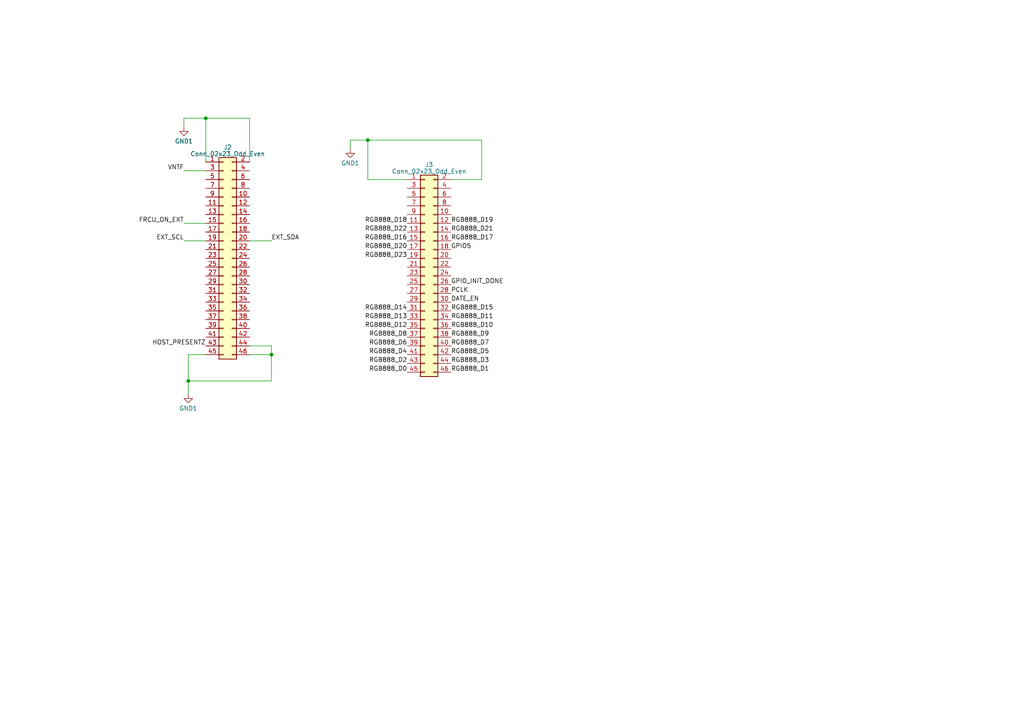
<source format=kicad_sch>
(kicad_sch (version 20230121) (generator eeschema)
  (paper "A4")
  (lib_symbols
    (symbol "Connector_Generic:Conn_02x23_Odd_Even" (pin_names (offset 1.016) hide)
      (property "Reference" "J" (at 1.27 30.48 0))
      (property "Value" "Conn_02x23_Odd_Even" (at 1.27 -30.48 0))
      (symbol "Conn_02x23_Odd_Even_1_1"
        (rectangle (start -1.27 -27.813) (end 0 -28.067) (stroke (width 0.1524)))
        (rectangle (start -1.27 -25.273) (end 0 -25.527) (stroke (width 0.1524)))
        (rectangle (start -1.27 -22.733) (end 0 -22.987) (stroke (width 0.1524)))
        (rectangle (start -1.27 -20.193) (end 0 -20.447) (stroke (width 0.1524)))
        (rectangle (start -1.27 -17.653) (end 0 -17.907) (stroke (width 0.1524)))
        (rectangle (start -1.27 -15.113) (end 0 -15.367) (stroke (width 0.1524)))
        (rectangle (start -1.27 -12.573) (end 0 -12.827) (stroke (width 0.1524)))
        (rectangle (start -1.27 -10.033) (end 0 -10.287) (stroke (width 0.1524)))
        (rectangle (start -1.27 -7.493) (end 0 -7.747) (stroke (width 0.1524)))
        (rectangle (start -1.27 -4.953) (end 0 -5.207) (stroke (width 0.1524)))
        (rectangle (start -1.27 -2.413) (end 0 -2.667) (stroke (width 0.1524)))
        (rectangle (start -1.27 0.127) (end 0 -0.127) (stroke (width 0.1524)))
        (rectangle (start -1.27 2.667) (end 0 2.413) (stroke (width 0.1524)))
        (rectangle (start -1.27 5.207) (end 0 4.953) (stroke (width 0.1524)))
        (rectangle (start -1.27 7.747) (end 0 7.493) (stroke (width 0.1524)))
        (rectangle (start -1.27 10.287) (end 0 10.033) (stroke (width 0.1524)))
        (rectangle (start -1.27 12.827) (end 0 12.573) (stroke (width 0.1524)))
        (rectangle (start -1.27 15.367) (end 0 15.113) (stroke (width 0.1524)))
        (rectangle (start -1.27 17.907) (end 0 17.653) (stroke (width 0.1524)))
        (rectangle (start -1.27 20.447) (end 0 20.193) (stroke (width 0.1524)))
        (rectangle (start -1.27 22.987) (end 0 22.733) (stroke (width 0.1524)))
        (rectangle (start -1.27 25.527) (end 0 25.273) (stroke (width 0.1524)))
        (rectangle (start -1.27 28.067) (end 0 27.813) (stroke (width 0.1524)))
        (rectangle (start -1.27 29.21) (end 3.81 -29.21) (stroke (width 0.254)) (fill (type background)))
        (rectangle (start 3.81 -27.813) (end 2.54 -28.067) (stroke (width 0.1524)))
        (rectangle (start 3.81 -25.273) (end 2.54 -25.527) (stroke (width 0.1524)))
        (rectangle (start 3.81 -22.733) (end 2.54 -22.987) (stroke (width 0.1524)))
        (rectangle (start 3.81 -20.193) (end 2.54 -20.447) (stroke (width 0.1524)))
        (rectangle (start 3.81 -17.653) (end 2.54 -17.907) (stroke (width 0.1524)))
        (rectangle (start 3.81 -15.113) (end 2.54 -15.367) (stroke (width 0.1524)))
        (rectangle (start 3.81 -12.573) (end 2.54 -12.827) (stroke (width 0.1524)))
        (rectangle (start 3.81 -10.033) (end 2.54 -10.287) (stroke (width 0.1524)))
        (rectangle (start 3.81 -7.493) (end 2.54 -7.747) (stroke (width 0.1524)))
        (rectangle (start 3.81 -4.953) (end 2.54 -5.207) (stroke (width 0.1524)))
        (rectangle (start 3.81 -2.413) (end 2.54 -2.667) (stroke (width 0.1524)))
        (rectangle (start 3.81 0.127) (end 2.54 -0.127) (stroke (width 0.1524)))
        (rectangle (start 3.81 2.667) (end 2.54 2.413) (stroke (width 0.1524)))
        (rectangle (start 3.81 5.207) (end 2.54 4.953) (stroke (width 0.1524)))
        (rectangle (start 3.81 7.747) (end 2.54 7.493) (stroke (width 0.1524)))
        (rectangle (start 3.81 10.287) (end 2.54 10.033) (stroke (width 0.1524)))
        (rectangle (start 3.81 12.827) (end 2.54 12.573) (stroke (width 0.1524)))
        (rectangle (start 3.81 15.367) (end 2.54 15.113) (stroke (width 0.1524)))
        (rectangle (start 3.81 17.907) (end 2.54 17.653) (stroke (width 0.1524)))
        (rectangle (start 3.81 20.447) (end 2.54 20.193) (stroke (width 0.1524)))
        (rectangle (start 3.81 22.987) (end 2.54 22.733) (stroke (width 0.1524)))
        (rectangle (start 3.81 25.527) (end 2.54 25.273) (stroke (width 0.1524)))
        (rectangle (start 3.81 28.067) (end 2.54 27.813) (stroke (width 0.1524)))
        (pin passive line (at -5.08 27.94 0) (length 3.81) (name "Pin_1") (number "1"))
        (pin passive line (at 7.62 17.78 180) (length 3.81) (name "Pin_10") (number "10"))
        (pin passive line (at -5.08 15.24 0) (length 3.81) (name "Pin_11") (number "11"))
        (pin passive line (at 7.62 15.24 180) (length 3.81) (name "Pin_12") (number "12"))
        (pin passive line (at -5.08 12.7 0) (length 3.81) (name "Pin_13") (number "13"))
        (pin passive line (at 7.62 12.7 180) (length 3.81) (name "Pin_14") (number "14"))
        (pin passive line (at -5.08 10.16 0) (length 3.81) (name "Pin_15") (number "15"))
        (pin passive line (at 7.62 10.16 180) (length 3.81) (name "Pin_16") (number "16"))
        (pin passive line (at -5.08 7.62 0) (length 3.81) (name "Pin_17") (number "17"))
        (pin passive line (at 7.62 7.62 180) (length 3.81) (name "Pin_18") (number "18"))
        (pin passive line (at -5.08 5.08 0) (length 3.81) (name "Pin_19") (number "19"))
        (pin passive line (at 7.62 27.94 180) (length 3.81) (name "Pin_2") (number "2"))
        (pin passive line (at 7.62 5.08 180) (length 3.81) (name "Pin_20") (number "20"))
        (pin passive line (at -5.08 2.54 0) (length 3.81) (name "Pin_21") (number "21"))
        (pin passive line (at 7.62 2.54 180) (length 3.81) (name "Pin_22") (number "22"))
        (pin passive line (at -5.08 0 0) (length 3.81) (name "Pin_23") (number "23"))
        (pin passive line (at 7.62 0 180) (length 3.81) (name "Pin_24") (number "24"))
        (pin passive line (at -5.08 -2.54 0) (length 3.81) (name "Pin_25") (number "25"))
        (pin passive line (at 7.62 -2.54 180) (length 3.81) (name "Pin_26") (number "26"))
        (pin passive line (at -5.08 -5.08 0) (length 3.81) (name "Pin_27") (number "27"))
        (pin passive line (at 7.62 -5.08 180) (length 3.81) (name "Pin_28") (number "28"))
        (pin passive line (at -5.08 -7.62 0) (length 3.81) (name "Pin_29") (number "29"))
        (pin passive line (at -5.08 25.4 0) (length 3.81) (name "Pin_3") (number "3"))
        (pin passive line (at 7.62 -7.62 180) (length 3.81) (name "Pin_30") (number "30"))
        (pin passive line (at -5.08 -10.16 0) (length 3.81) (name "Pin_31") (number "31"))
        (pin passive line (at 7.62 -10.16 180) (length 3.81) (name "Pin_32") (number "32"))
        (pin passive line (at -5.08 -12.7 0) (length 3.81) (name "Pin_33") (number "33"))
        (pin passive line (at 7.62 -12.7 180) (length 3.81) (name "Pin_34") (number "34"))
        (pin passive line (at -5.08 -15.24 0) (length 3.81) (name "Pin_35") (number "35"))
        (pin passive line (at 7.62 -15.24 180) (length 3.81) (name "Pin_36") (number "36"))
        (pin passive line (at -5.08 -17.78 0) (length 3.81) (name "Pin_37") (number "37"))
        (pin passive line (at 7.62 -17.78 180) (length 3.81) (name "Pin_38") (number "38"))
        (pin passive line (at -5.08 -20.32 0) (length 3.81) (name "Pin_39") (number "39"))
        (pin passive line (at 7.62 25.4 180) (length 3.81) (name "Pin_4") (number "4"))
        (pin passive line (at 7.62 -20.32 180) (length 3.81) (name "Pin_40") (number "40"))
        (pin passive line (at -5.08 -22.86 0) (length 3.81) (name "Pin_41") (number "41"))
        (pin passive line (at 7.62 -22.86 180) (length 3.81) (name "Pin_42") (number "42"))
        (pin passive line (at -5.08 -25.4 0) (length 3.81) (name "Pin_43") (number "43"))
        (pin passive line (at 7.62 -25.4 180) (length 3.81) (name "Pin_44") (number "44"))
        (pin passive line (at -5.08 -27.94 0) (length 3.81) (name "Pin_45") (number "45"))
        (pin passive line (at 7.62 -27.94 180) (length 3.81) (name "Pin_46") (number "46"))
        (pin passive line (at -5.08 22.86 0) (length 3.81) (name "Pin_5") (number "5"))
        (pin passive line (at 7.62 22.86 180) (length 3.81) (name "Pin_6") (number "6"))
        (pin passive line (at -5.08 20.32 0) (length 3.81) (name "Pin_7") (number "7"))
        (pin passive line (at 7.62 20.32 180) (length 3.81) (name "Pin_8") (number "8"))
        (pin passive line (at -5.08 17.78 0) (length 3.81) (name "Pin_9") (number "9"))
      )
    )
    (symbol "power:GND1" (power) (pin_names (offset 0))
      (property "Value" "GND1" (at 0 -3.81 0))
      (symbol "GND1_0_1"
        (polyline (pts (xy 0 0) (xy 0 -1.27) (xy 1.27 -1.27) (xy 0 -2.54) (xy -1.27 -1.27) (xy 0 -1.27)))
      )
      (symbol "GND1_1_1"
        (pin power_in line (at 0 0 270) (length 0) hide (name "GND1") (number "1"))
      )
    )
  )
  (junction (at 59.69 34.29))
  (junction (at 106.68 40.64))
  (junction (at 54.61 110.49))
  (junction (at 78.74 102.87))
  (wire (pts (xy 54.61 102.87) (xy 59.69 102.87)))
  (wire (pts (xy 72.39 46.99) (xy 72.39 34.29)))
  (wire (pts (xy 106.68 52.07) (xy 118.11 52.07)))
  (wire (pts (xy 101.6 40.64) (xy 106.68 40.64)))
  (wire (pts (xy 72.39 34.29) (xy 59.69 34.29)))
  (wire (pts (xy 78.74 110.49) (xy 78.74 102.87)))
  (wire (pts (xy 139.7 40.64) (xy 106.68 40.64)))
  (wire (pts (xy 53.34 34.29) (xy 53.34 36.83)))
  (wire (pts (xy 59.69 34.29) (xy 53.34 34.29)))
  (wire (pts (xy 59.69 46.99) (xy 59.69 34.29)))
  (wire (pts (xy 78.74 100.33) (xy 78.74 102.87)))
  (wire (pts (xy 101.6 43.18) (xy 101.6 40.64)))
  (wire (pts (xy 54.61 114.3) (xy 54.61 110.49)))
  (wire (pts (xy 78.74 102.87) (xy 72.39 102.87)))
  (wire (pts (xy 139.7 52.07) (xy 139.7 40.64)))
  (wire (pts (xy 53.34 64.77) (xy 59.69 64.77)))
  (wire (pts (xy 53.34 69.85) (xy 59.69 69.85)))
  (wire (pts (xy 78.74 69.85) (xy 72.39 69.85)))
  (wire (pts (xy 54.61 110.49) (xy 54.61 102.87)))
  (wire (pts (xy 53.34 49.53) (xy 59.69 49.53)))
  (wire (pts (xy 130.81 52.07) (xy 139.7 52.07)))
  (wire (pts (xy 106.68 40.64) (xy 106.68 52.07)))
  (wire (pts (xy 54.61 110.49) (xy 78.74 110.49)))
  (wire (pts (xy 72.39 100.33) (xy 78.74 100.33)))
  (label "RGB888_D23" (at 118.11 74.93 180))
  (label "PCLK" (at 130.81 85.09 0))
  (label "RGB888_D5" (at 130.81 102.87 0))
  (label "RGB888_D22" (at 118.11 67.31 180))
  (label "RGB888_D0" (at 118.11 107.95 180))
  (label "RGB888_D17" (at 130.81 69.85 0))
  (label "RGB888_D13" (at 118.11 92.71 180))
  (label "RGB888_D18" (at 118.11 64.77 180))
  (label "RGB888_D4" (at 118.11 102.87 180))
  (label "FRCU_ON_EXT" (at 53.34 64.77 180))
  (label "RGB888_D12" (at 118.11 95.25 180))
  (label "EXT_SCL" (at 53.34 69.85 180))
  (label "RGB888_D15" (at 130.81 90.17 0))
  (label "EXT_SDA" (at 78.74 69.85 0))
  (label "GPIO_INIT_DONE" (at 130.81 82.55 0))
  (label "RGB888_D1" (at 130.81 107.95 0))
  (label "VNTF" (at 53.34 49.53 180))
  (label "RGB888_D2" (at 118.11 105.41 180))
  (label "RGB888_D16" (at 118.11 69.85 180))
  (label "RGB888_D9" (at 130.81 97.79 0))
  (label "RGB888_D21" (at 130.81 67.31 0))
  (label "RGB888_D11" (at 130.81 92.71 0))
  (label "RGB888_D8" (at 118.11 97.79 180))
  (label "RGB888_D19" (at 130.81 64.77 0))
  (label "HOST_PRESENTZ" (at 59.69 100.33 180))
  (label "RGB888_D3" (at 130.81 105.41 0))
  (label "DATE_EN" (at 130.81 87.63 0))
  (label "RGB888_D10" (at 130.81 95.25 0))
  (label "RGB888_D6" (at 118.11 100.33 180))
  (label "GPIO5" (at 130.81 72.39 0))
  (label "RGB888_D7" (at 130.81 100.33 0))
  (label "RGB888_D20" (at 118.11 72.39 180))
  (label "RGB888_D14" (at 118.11 90.17 180))
  (symbol (lib_id "power:GND1") (at 53.34 36.83 0) (unit 1)
    (property "Reference" "#PWR040" (effects hide))
    (property "Value" "GND1" (at 53.34 40.9655 0))
  )
  (symbol (lib_id "Connector_Generic:Conn_02x23_Odd_Even") (at 123.19 80.01 0) (unit 1)
    (property "Reference" "J3" (at 124.46 47.7901 0))
    (property "Value" "Conn_02x23_Odd_Even" (at 124.46 49.7111 0))
  )
  (symbol (lib_id "Connector_Generic:Conn_02x23_Odd_Even") (at 64.77 74.93 0) (unit 1)
    (property "Reference" "J2" (at 66.04 42.7101 0))
    (property "Value" "Conn_02x23_Odd_Even" (at 66.04 44.6311 0))
  )
  (symbol (lib_id "power:GND1") (at 54.61 114.3 0) (unit 1)
    (property "Reference" "#PWR041" (effects hide))
    (property "Value" "GND1" (at 54.61 118.4355 0))
  )
  (symbol (lib_id "power:GND1") (at 101.6 43.18 0) (unit 1)
    (property "Reference" "#PWR042" (effects hide))
    (property "Value" "GND1" (at 101.6 47.3155 0))
  )
)
</source>
